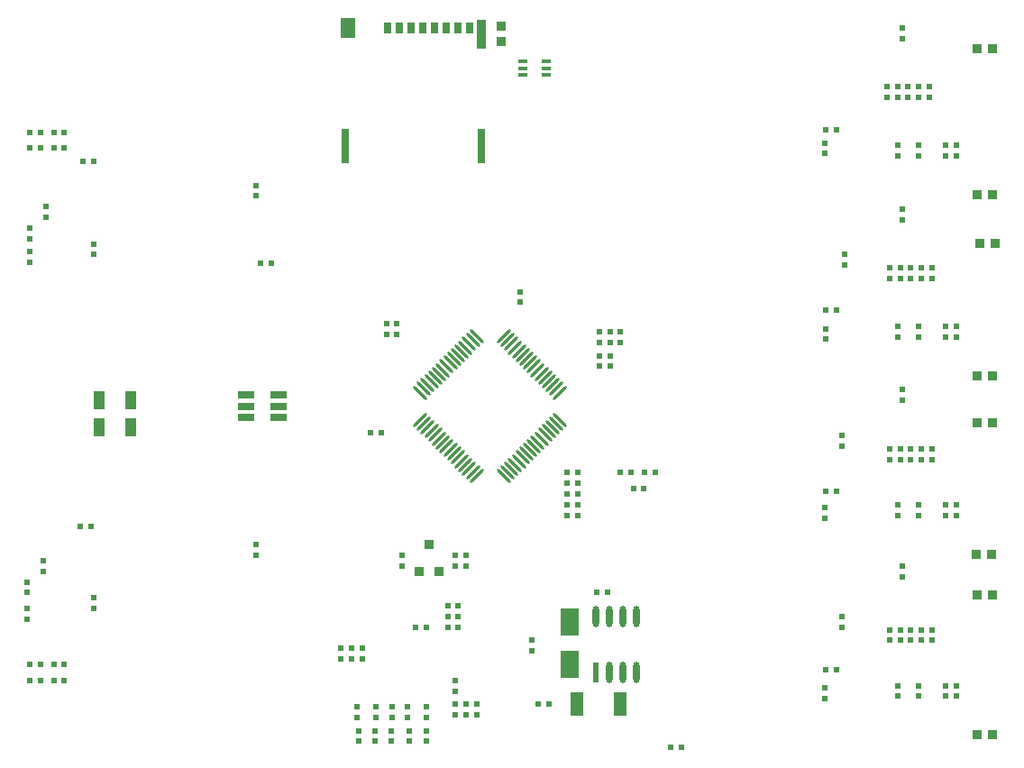
<source format=gtp>
G04 Layer_Color=8421504*
%FSLAX25Y25*%
%MOIN*%
G70*
G01*
G75*
%ADD11R,0.06693X0.09842*%
%ADD12R,0.01968X0.02362*%
%ADD13R,0.02362X0.01968*%
%ADD14R,0.03740X0.03740*%
%ADD15R,0.03937X0.07087*%
%ADD16R,0.03740X0.03740*%
%ADD17R,0.02756X0.04331*%
%ADD18R,0.05591X0.07205*%
%ADD19R,0.03386X0.11024*%
%ADD20R,0.02756X0.13110*%
%ADD21R,0.05000X0.08700*%
%ADD22R,0.06299X0.02756*%
G04:AMPARAMS|DCode=23|XSize=11.81mil|YSize=70.87mil|CornerRadius=0mil|HoleSize=0mil|Usage=FLASHONLY|Rotation=135.000|XOffset=0mil|YOffset=0mil|HoleType=Round|Shape=Round|*
%AMOVALD23*
21,1,0.05905,0.01181,0.00000,0.00000,225.0*
1,1,0.01181,0.02088,0.02088*
1,1,0.01181,-0.02088,-0.02088*
%
%ADD23OVALD23*%

G04:AMPARAMS|DCode=24|XSize=11.81mil|YSize=70.87mil|CornerRadius=0mil|HoleSize=0mil|Usage=FLASHONLY|Rotation=45.000|XOffset=0mil|YOffset=0mil|HoleType=Round|Shape=Round|*
%AMOVALD24*
21,1,0.05905,0.01181,0.00000,0.00000,135.0*
1,1,0.01181,0.02088,-0.02088*
1,1,0.01181,-0.02088,0.02088*
%
%ADD24OVALD24*%

%ADD25R,0.03543X0.01575*%
%ADD26R,0.02400X0.07800*%
%ADD27O,0.02400X0.07800*%
%ADD28R,0.03543X0.03740*%
%ADD29R,0.03543X0.03740*%
D11*
X264764Y52165D02*
D03*
Y67913D02*
D03*
D12*
X192650Y23730D02*
D03*
Y27667D02*
D03*
X198650Y23730D02*
D03*
Y27667D02*
D03*
X205150Y23730D02*
D03*
Y27667D02*
D03*
X211650Y23730D02*
D03*
Y27667D02*
D03*
X186650Y23730D02*
D03*
Y27667D02*
D03*
X389764Y265748D02*
D03*
Y261811D02*
D03*
X390748Y198819D02*
D03*
Y194882D02*
D03*
Y131890D02*
D03*
Y127953D02*
D03*
Y64961D02*
D03*
Y61024D02*
D03*
X407480Y240158D02*
D03*
Y244094D02*
D03*
Y173228D02*
D03*
Y177165D02*
D03*
Y107283D02*
D03*
Y111221D02*
D03*
Y40354D02*
D03*
Y44291D02*
D03*
X397638Y265748D02*
D03*
Y261811D02*
D03*
X398622Y198819D02*
D03*
Y194882D02*
D03*
Y131890D02*
D03*
Y127953D02*
D03*
Y64961D02*
D03*
Y61024D02*
D03*
X403543Y240158D02*
D03*
Y244094D02*
D03*
Y173228D02*
D03*
Y177165D02*
D03*
Y107283D02*
D03*
Y111221D02*
D03*
Y40354D02*
D03*
Y44291D02*
D03*
X393701Y240158D02*
D03*
Y244094D02*
D03*
Y173228D02*
D03*
Y177165D02*
D03*
Y107283D02*
D03*
Y111221D02*
D03*
Y40354D02*
D03*
Y44291D02*
D03*
Y265748D02*
D03*
Y261811D02*
D03*
X394685Y198819D02*
D03*
Y194882D02*
D03*
Y127953D02*
D03*
Y131890D02*
D03*
Y64961D02*
D03*
Y61024D02*
D03*
X385827Y240158D02*
D03*
Y244094D02*
D03*
Y173228D02*
D03*
Y177165D02*
D03*
Y40354D02*
D03*
Y44291D02*
D03*
Y265748D02*
D03*
Y261811D02*
D03*
X386811Y198819D02*
D03*
Y194882D02*
D03*
Y131890D02*
D03*
Y127953D02*
D03*
Y64961D02*
D03*
Y61024D02*
D03*
X381890Y265748D02*
D03*
Y261811D02*
D03*
X382874Y198819D02*
D03*
Y194882D02*
D03*
Y131890D02*
D03*
Y127953D02*
D03*
Y64961D02*
D03*
Y61024D02*
D03*
X88583Y72835D02*
D03*
Y76772D02*
D03*
Y203740D02*
D03*
Y207677D02*
D03*
X63976Y78740D02*
D03*
Y82677D02*
D03*
X64961Y209646D02*
D03*
Y213583D02*
D03*
X69882Y86614D02*
D03*
Y90551D02*
D03*
X70866Y217520D02*
D03*
Y221457D02*
D03*
X148622Y92520D02*
D03*
Y96457D02*
D03*
Y225394D02*
D03*
Y229331D02*
D03*
X63976Y72835D02*
D03*
Y68898D02*
D03*
X64961Y204724D02*
D03*
Y200787D02*
D03*
X187992Y58071D02*
D03*
Y54134D02*
D03*
X283465Y171260D02*
D03*
Y175197D02*
D03*
X230315Y33465D02*
D03*
Y37402D02*
D03*
X202756Y88583D02*
D03*
Y92520D02*
D03*
X222441Y88583D02*
D03*
Y92520D02*
D03*
X279528Y166339D02*
D03*
Y162402D02*
D03*
X359100Y245000D02*
D03*
Y241063D02*
D03*
X359300Y176300D02*
D03*
Y172363D02*
D03*
X359000Y110137D02*
D03*
Y106200D02*
D03*
X359100Y43600D02*
D03*
Y39663D02*
D03*
X387795Y283465D02*
D03*
Y287402D02*
D03*
X366142Y199803D02*
D03*
Y203740D02*
D03*
X387795Y216535D02*
D03*
Y220472D02*
D03*
X365158Y132874D02*
D03*
Y136811D02*
D03*
X387600Y149963D02*
D03*
Y153900D02*
D03*
X365158Y65945D02*
D03*
Y69882D02*
D03*
X387795Y84646D02*
D03*
Y88583D02*
D03*
X180118Y54134D02*
D03*
Y58071D02*
D03*
X184055D02*
D03*
Y54134D02*
D03*
X275590Y175197D02*
D03*
Y171260D02*
D03*
X279528D02*
D03*
Y175197D02*
D03*
X222441Y42323D02*
D03*
Y46260D02*
D03*
X222441Y37402D02*
D03*
Y33465D02*
D03*
X211498Y32480D02*
D03*
Y36417D02*
D03*
X226378Y33465D02*
D03*
Y37402D02*
D03*
X204724Y32480D02*
D03*
Y36417D02*
D03*
X198819Y32480D02*
D03*
Y36417D02*
D03*
X192913Y32480D02*
D03*
Y36417D02*
D03*
X226378Y92520D02*
D03*
Y88583D02*
D03*
X186024Y32480D02*
D03*
Y36417D02*
D03*
X275590Y166339D02*
D03*
Y162402D02*
D03*
X385827Y107283D02*
D03*
Y111221D02*
D03*
X250800Y57300D02*
D03*
Y61237D02*
D03*
X246200Y186063D02*
D03*
Y190000D02*
D03*
D13*
X68898Y52165D02*
D03*
X64961D02*
D03*
X68898Y249016D02*
D03*
X64961D02*
D03*
X68898Y46260D02*
D03*
X64961D02*
D03*
X68898Y243110D02*
D03*
X64961D02*
D03*
X292323Y123031D02*
D03*
X296260D02*
D03*
X256890Y37402D02*
D03*
X252953D02*
D03*
X278543Y78740D02*
D03*
X274606D02*
D03*
X223425Y73819D02*
D03*
X219488D02*
D03*
X359252Y250000D02*
D03*
X363189D02*
D03*
X359252Y183071D02*
D03*
X363189D02*
D03*
X359252Y116142D02*
D03*
X363189D02*
D03*
X359252Y50197D02*
D03*
X363189D02*
D03*
X194882Y137795D02*
D03*
X190945D02*
D03*
X154237Y200400D02*
D03*
X150300D02*
D03*
X87598Y103347D02*
D03*
X83661D02*
D03*
X88583Y238189D02*
D03*
X84646D02*
D03*
X77756Y52165D02*
D03*
X73819D02*
D03*
X77756Y249016D02*
D03*
X73819D02*
D03*
X77756Y46260D02*
D03*
X73819D02*
D03*
X77756Y243110D02*
D03*
X73819D02*
D03*
X211614Y65945D02*
D03*
X207677D02*
D03*
X219488D02*
D03*
X223425D02*
D03*
Y69882D02*
D03*
X219488D02*
D03*
X267717Y107283D02*
D03*
X263779D02*
D03*
X267717Y111221D02*
D03*
X263779D02*
D03*
Y115157D02*
D03*
X267717D02*
D03*
X263779Y119095D02*
D03*
X267717D02*
D03*
X283465Y123031D02*
D03*
X287402D02*
D03*
X200787Y178150D02*
D03*
X196850D02*
D03*
X200787Y174213D02*
D03*
X196850D02*
D03*
X263779Y123031D02*
D03*
X267717D02*
D03*
X305900Y21600D02*
D03*
X301963D02*
D03*
X292137Y117100D02*
D03*
X288200D02*
D03*
D14*
X420709Y93000D02*
D03*
X415000D02*
D03*
X421000Y159000D02*
D03*
X415291D02*
D03*
X421000Y226000D02*
D03*
X415291D02*
D03*
X421000Y78000D02*
D03*
X415291D02*
D03*
X420854Y141500D02*
D03*
X415146D02*
D03*
X421854Y208000D02*
D03*
X416146D02*
D03*
X421000Y280000D02*
D03*
X415291D02*
D03*
X420854Y26224D02*
D03*
X415146D02*
D03*
D15*
X90532Y149802D02*
D03*
X102343D02*
D03*
X90532Y139960D02*
D03*
X102343D02*
D03*
D16*
X239173Y282579D02*
D03*
Y288287D02*
D03*
D17*
X227559Y287402D02*
D03*
X223228D02*
D03*
X218898D02*
D03*
X214567D02*
D03*
X210236D02*
D03*
X205906D02*
D03*
X201575D02*
D03*
X197244D02*
D03*
D18*
X182520D02*
D03*
D19*
X231811Y285202D02*
D03*
D20*
Y243902D02*
D03*
X181759D02*
D03*
D21*
X267465Y37402D02*
D03*
X283465D02*
D03*
D22*
X145100Y151734D02*
D03*
Y147600D02*
D03*
Y143466D02*
D03*
X156911D02*
D03*
Y147600D02*
D03*
Y151734D02*
D03*
D23*
X209346Y142627D02*
D03*
X210738Y141235D02*
D03*
X212130Y139843D02*
D03*
X213522Y138451D02*
D03*
X214914Y137059D02*
D03*
X216306Y135667D02*
D03*
X217698Y134275D02*
D03*
X219090Y132883D02*
D03*
X220482Y131491D02*
D03*
X221874Y130099D02*
D03*
X223266Y128707D02*
D03*
X224658Y127315D02*
D03*
X226049Y125924D02*
D03*
X227441Y124532D02*
D03*
X228833Y123140D02*
D03*
X230225Y121748D02*
D03*
X261126Y152649D02*
D03*
X259734Y154041D02*
D03*
X258343Y155433D02*
D03*
X256950Y156825D02*
D03*
X255559Y158217D02*
D03*
X254167Y159608D02*
D03*
X252775Y161001D02*
D03*
X251383Y162392D02*
D03*
X249991Y163784D02*
D03*
X248599Y165176D02*
D03*
X247207Y166568D02*
D03*
X245815Y167960D02*
D03*
X244423Y169352D02*
D03*
X243031Y170744D02*
D03*
X241639Y172136D02*
D03*
X240247Y173528D02*
D03*
D24*
Y121748D02*
D03*
X241639Y123140D02*
D03*
X243031Y124532D02*
D03*
X244423Y125924D02*
D03*
X245815Y127315D02*
D03*
X247207Y128707D02*
D03*
X248599Y130099D02*
D03*
X249991Y131491D02*
D03*
X251383Y132883D02*
D03*
X252775Y134275D02*
D03*
X254167Y135667D02*
D03*
X255559Y137059D02*
D03*
X256950Y138451D02*
D03*
X258343Y139843D02*
D03*
X259734Y141235D02*
D03*
X261126Y142627D02*
D03*
X230225Y173528D02*
D03*
X228833Y172136D02*
D03*
X227441Y170744D02*
D03*
X226049Y169352D02*
D03*
X224658Y167960D02*
D03*
X223266Y166568D02*
D03*
X221874Y165176D02*
D03*
X220482Y163784D02*
D03*
X219090Y162392D02*
D03*
X217698Y161001D02*
D03*
X216306Y159608D02*
D03*
X214914Y158217D02*
D03*
X213522Y156825D02*
D03*
X212130Y155433D02*
D03*
X210738Y154041D02*
D03*
X209346Y152649D02*
D03*
D25*
X255906Y275197D02*
D03*
Y272638D02*
D03*
Y270079D02*
D03*
X247244D02*
D03*
Y272638D02*
D03*
Y275197D02*
D03*
D26*
X274449Y49213D02*
D03*
D27*
X279449D02*
D03*
X284449D02*
D03*
X289449D02*
D03*
X274449Y69713D02*
D03*
X279449D02*
D03*
X284449D02*
D03*
X289449D02*
D03*
D28*
X208858Y86614D02*
D03*
X212598Y96457D02*
D03*
D29*
X216339Y86614D02*
D03*
M02*

</source>
